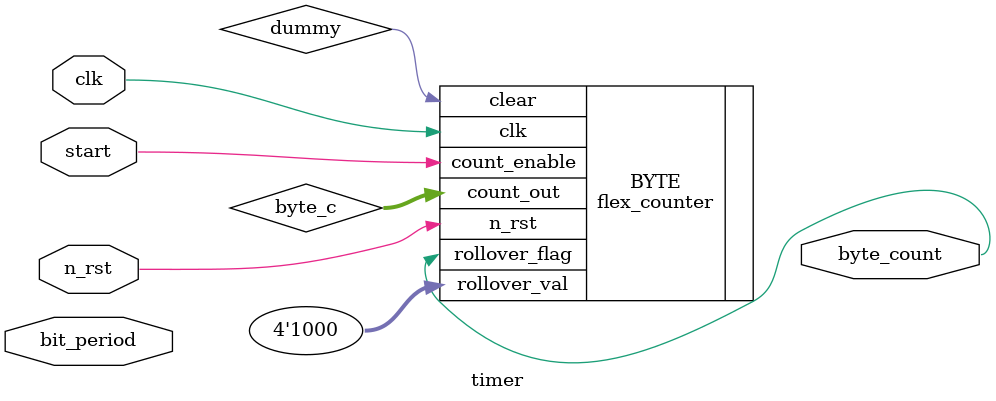
<source format=sv>
module timer
(
	input wire clk, 
	input wire n_rst, 
	input wire [7:0] bit_period, 
	input wire start, 
	output wire byte_count
	
	

); 
	reg [7:0] sr_count; 
	reg [3:0] byte_c; 
	reg dummy; 
	/*flex_counter #(.NUM_CNT_BITS(8)) SHIFT_REGISTER  (.clk(clk), 
				.n_rst(n_rst), 	
				.clear(dummy), 
				.count_enable(sync_byte), 
				.rollover_val(bit_period), 
				.count_out(sr_count), 
				.rollover_flag(shift_enable)
	);*/
	
	flex_counter #(.NUM_CNT_BITS(4)) BYTE (.clk(clk), 
				.n_rst(n_rst), 	
				.clear(dummy), 
				.count_enable(start), 
				.rollover_val(4'b1000), 
				.count_out(byte_c), 
				.rollover_flag(byte_count)
	);
	
	
	

endmodule 
</source>
